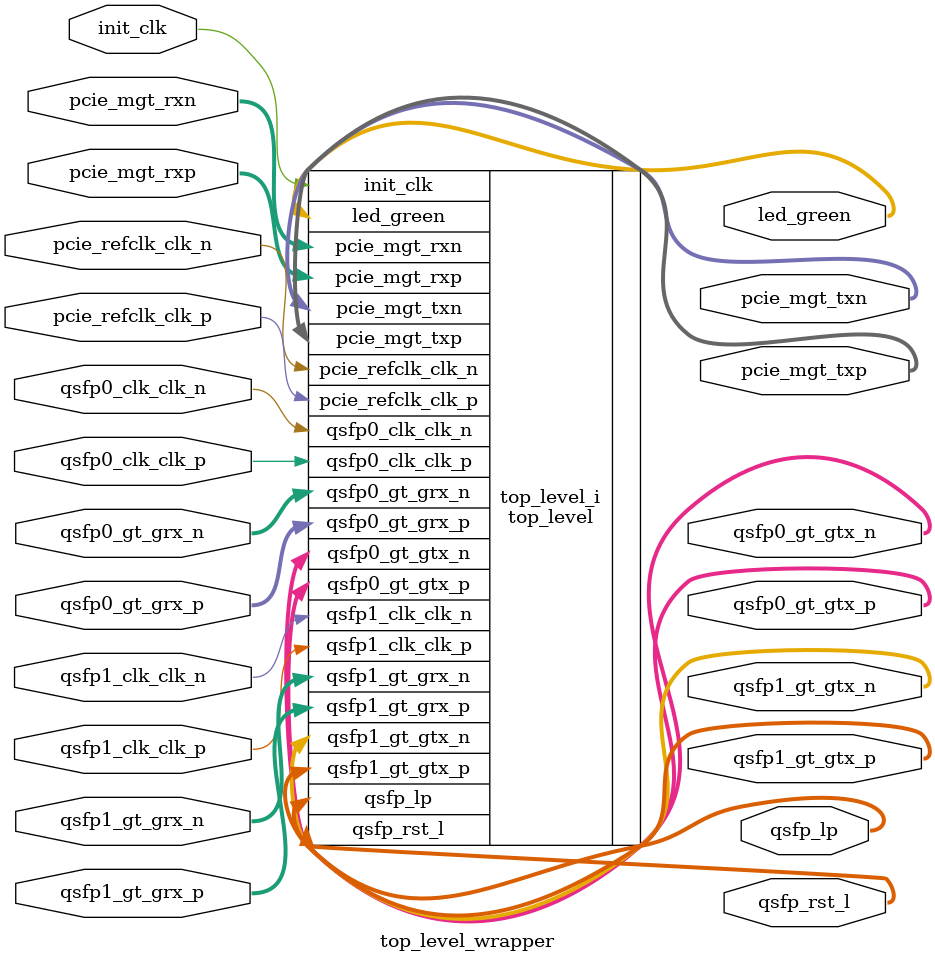
<source format=v>
`timescale 1 ps / 1 ps

module top_level_wrapper
   (init_clk,
    led_green,
    pcie_mgt_rxn,
    pcie_mgt_rxp,
    pcie_mgt_txn,
    pcie_mgt_txp,
    pcie_refclk_clk_n,
    pcie_refclk_clk_p,
    qsfp0_clk_clk_n,
    qsfp0_clk_clk_p,
    qsfp0_gt_grx_n,
    qsfp0_gt_grx_p,
    qsfp0_gt_gtx_n,
    qsfp0_gt_gtx_p,
    qsfp1_clk_clk_n,
    qsfp1_clk_clk_p,
    qsfp1_gt_grx_n,
    qsfp1_gt_grx_p,
    qsfp1_gt_gtx_n,
    qsfp1_gt_gtx_p,
    qsfp_lp,
    qsfp_rst_l);
  input init_clk;
  output [3:0]led_green;
  input [15:0]pcie_mgt_rxn;
  input [15:0]pcie_mgt_rxp;
  output [15:0]pcie_mgt_txn;
  output [15:0]pcie_mgt_txp;
  input [0:0]pcie_refclk_clk_n;
  input [0:0]pcie_refclk_clk_p;
  input qsfp0_clk_clk_n;
  input qsfp0_clk_clk_p;
  input [3:0]qsfp0_gt_grx_n;
  input [3:0]qsfp0_gt_grx_p;
  output [3:0]qsfp0_gt_gtx_n;
  output [3:0]qsfp0_gt_gtx_p;
  input qsfp1_clk_clk_n;
  input qsfp1_clk_clk_p;
  input [3:0]qsfp1_gt_grx_n;
  input [3:0]qsfp1_gt_grx_p;
  output [3:0]qsfp1_gt_gtx_n;
  output [3:0]qsfp1_gt_gtx_p;
  output [1:0]qsfp_lp;
  output [1:0]qsfp_rst_l;

  wire init_clk;
  wire [3:0]led_green;
  wire [15:0]pcie_mgt_rxn;
  wire [15:0]pcie_mgt_rxp;
  wire [15:0]pcie_mgt_txn;
  wire [15:0]pcie_mgt_txp;
  wire [0:0]pcie_refclk_clk_n;
  wire [0:0]pcie_refclk_clk_p;
  wire qsfp0_clk_clk_n;
  wire qsfp0_clk_clk_p;
  wire [3:0]qsfp0_gt_grx_n;
  wire [3:0]qsfp0_gt_grx_p;
  wire [3:0]qsfp0_gt_gtx_n;
  wire [3:0]qsfp0_gt_gtx_p;
  wire qsfp1_clk_clk_n;
  wire qsfp1_clk_clk_p;
  wire [3:0]qsfp1_gt_grx_n;
  wire [3:0]qsfp1_gt_grx_p;
  wire [3:0]qsfp1_gt_gtx_n;
  wire [3:0]qsfp1_gt_gtx_p;
  wire [1:0]qsfp_lp;
  wire [1:0]qsfp_rst_l;

  top_level top_level_i
       (.init_clk(init_clk),
        .led_green(led_green),
        .pcie_mgt_rxn(pcie_mgt_rxn),
        .pcie_mgt_rxp(pcie_mgt_rxp),
        .pcie_mgt_txn(pcie_mgt_txn),
        .pcie_mgt_txp(pcie_mgt_txp),
        .pcie_refclk_clk_n(pcie_refclk_clk_n),
        .pcie_refclk_clk_p(pcie_refclk_clk_p),
        .qsfp0_clk_clk_n(qsfp0_clk_clk_n),
        .qsfp0_clk_clk_p(qsfp0_clk_clk_p),
        .qsfp0_gt_grx_n(qsfp0_gt_grx_n),
        .qsfp0_gt_grx_p(qsfp0_gt_grx_p),
        .qsfp0_gt_gtx_n(qsfp0_gt_gtx_n),
        .qsfp0_gt_gtx_p(qsfp0_gt_gtx_p),
        .qsfp1_clk_clk_n(qsfp1_clk_clk_n),
        .qsfp1_clk_clk_p(qsfp1_clk_clk_p),
        .qsfp1_gt_grx_n(qsfp1_gt_grx_n),
        .qsfp1_gt_grx_p(qsfp1_gt_grx_p),
        .qsfp1_gt_gtx_n(qsfp1_gt_gtx_n),
        .qsfp1_gt_gtx_p(qsfp1_gt_gtx_p),
        .qsfp_lp(qsfp_lp),
        .qsfp_rst_l(qsfp_rst_l));
endmodule

</source>
